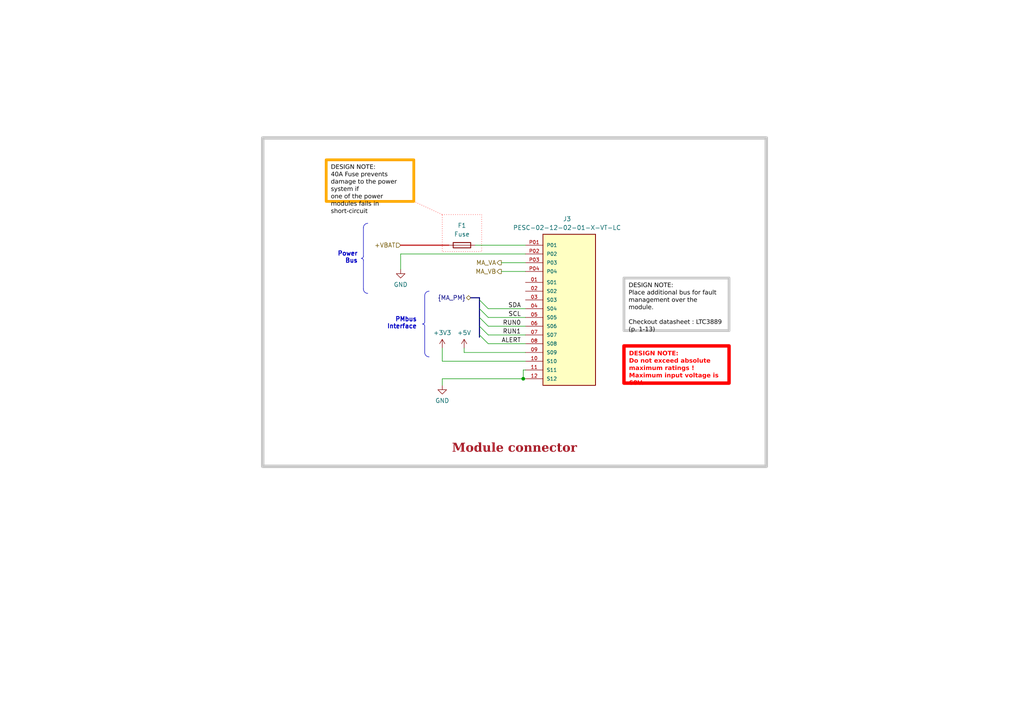
<source format=kicad_sch>
(kicad_sch (version 20230121) (generator eeschema)
  (paper "A4")
  (lib_symbols
    (symbol "Device:Fuse" (pin_numbers hide) (pin_names (offset 0))
      (property "Reference" "F" (at 2.032 0 90))
      (property "Value" "Fuse" (at -1.905 0 90))
      (symbol "Fuse_0_1"
        (rectangle (start -0.762 -2.54) (end 0.762 2.54) (stroke (width 0.254)))
        (polyline (pts (xy 0 2.54) (xy 0 -2.54)))
      )
      (symbol "Fuse_1_1"
        (pin passive line (at 0 3.81 270) (length 1.27) (name "~") (number "1"))
        (pin passive line (at 0 -3.81 90) (length 1.27) (name "~") (number "2"))
      )
    )
    (symbol "PESC-02-12-02-01-X-VT-LC:PESC-02-12-02-01-X-VT-LC" (pin_names (offset 1.016))
      (property "Reference" "J3" (at 0 24.765 0))
      (property "Value" "PESC-02-12-02-01-X-VT-LC" (at 0 22.225 0))
      (symbol "PESC-02-12-02-01-X-VT-LC_0_0"
        (rectangle (start -6.985 20.32) (end 8.255 -23.495) (stroke (width 0.254)) (fill (type background)))
      )
      (symbol "PESC-02-12-02-01-X-VT-LC_1_0"
        (pin passive line (at -12.065 6.35 0) (length 5.08) (name "S01") (number "01"))
        (pin passive line (at -12.065 3.81 0) (length 5.08) (name "S02") (number "02"))
        (pin passive line (at -12.065 1.27 0) (length 5.08) (name "S03") (number "03"))
        (pin passive line (at -12.065 -1.27 0) (length 5.08) (name "S04") (number "04"))
        (pin passive line (at -12.065 -3.81 0) (length 5.08) (name "S05") (number "05"))
        (pin passive line (at -12.065 -6.35 0) (length 5.08) (name "S06") (number "06"))
        (pin passive line (at -12.065 -8.89 0) (length 5.08) (name "S07") (number "07"))
        (pin passive line (at -12.065 -11.43 0) (length 5.08) (name "S08") (number "08"))
        (pin passive line (at -12.065 -13.97 0) (length 5.08) (name "S09") (number "09"))
        (pin passive line (at -12.065 -16.51 0) (length 5.08) (name "S10") (number "10"))
        (pin passive line (at -12.065 -19.05 0) (length 5.08) (name "S11") (number "11"))
        (pin passive line (at -12.065 -21.59 0) (length 5.08) (name "S12") (number "12"))
        (pin power_in line (at -12.065 17.145 0) (length 5.08) (name "P01") (number "P01"))
        (pin power_in line (at -12.065 17.145 0) (length 5.08) hide (name "P01") (number "P01_2"))
        (pin power_in line (at -12.065 17.145 0) (length 5.08) hide (name "P01__2") (number "P01_3"))
        (pin power_in line (at -12.065 17.145 0) (length 5.08) hide (name "P01__3") (number "P01_4"))
        (pin power_in line (at -12.065 17.145 0) (length 5.08) hide (name "P01__4") (number "P01_5"))
        (pin power_in line (at -12.065 17.145 0) (length 5.08) hide (name "P01__5") (number "P01_6"))
        (pin power_in line (at -12.065 17.145 0) (length 5.08) hide (name "P01__6") (number "P01_7"))
        (pin power_in line (at -12.065 17.145 0) (length 5.08) hide (name "P01__7") (number "P01_8"))
        (pin power_in line (at -12.065 14.605 0) (length 5.08) (name "P02") (number "P02"))
        (pin power_in line (at -12.065 14.605 0) (length 5.08) hide (name "P02__1") (number "P02_2"))
        (pin power_in line (at -12.065 14.605 0) (length 5.08) hide (name "P02__2") (number "P02_3"))
        (pin power_in line (at -12.065 14.605 0) (length 5.08) hide (name "P02__3") (number "P02_4"))
        (pin power_in line (at -12.065 14.605 0) (length 5.08) hide (name "P02__4") (number "P02_5"))
        (pin power_in line (at -12.065 14.605 0) (length 5.08) hide (name "P02__5") (number "P02_6"))
        (pin power_in line (at -12.065 14.605 0) (length 5.08) hide (name "P02__6") (number "P02_7"))
        (pin power_in line (at -12.065 14.605 0) (length 5.08) hide (name "P02__7") (number "P02_8"))
        (pin power_in line (at -12.065 12.065 0) (length 5.08) (name "P03") (number "P03"))
        (pin power_in line (at -12.065 12.065 0) (length 5.08) hide (name "P03__1") (number "P03_2"))
        (pin power_in line (at -12.065 12.065 0) (length 5.08) hide (name "P03__2") (number "P03_3"))
        (pin power_in line (at -12.065 12.065 0) (length 5.08) hide (name "P03__3") (number "P03_4"))
        (pin power_in line (at -12.065 12.065 0) (length 5.08) hide (name "P03__4") (number "P03_5"))
        (pin power_in line (at -12.065 12.065 0) (length 5.08) hide (name "P03__5") (number "P03_6"))
        (pin power_in line (at -12.065 12.065 0) (length 5.08) hide (name "P03__6") (number "P03_7"))
        (pin power_in line (at -12.065 12.065 0) (length 5.08) hide (name "P03__7") (number "P03_8"))
        (pin power_in line (at -12.065 9.525 0) (length 5.08) (name "P04") (number "P04"))
        (pin power_in line (at -12.065 9.525 0) (length 5.08) hide (name "P04__1") (number "P04_2"))
        (pin power_in line (at -12.065 9.525 0) (length 5.08) hide (name "P04__2") (number "P04_3"))
        (pin power_in line (at -12.065 9.525 0) (length 5.08) hide (name "P04__3") (number "P04_4"))
        (pin power_in line (at -12.065 9.525 0) (length 5.08) hide (name "P04__4") (number "P04_5"))
        (pin power_in line (at -12.065 9.525 0) (length 5.08) hide (name "P04__5") (number "P04_6"))
        (pin power_in line (at -12.065 9.525 0) (length 5.08) hide (name "P04__6") (number "P04_7"))
        (pin power_in line (at -12.065 9.525 0) (length 5.08) hide (name "P04__7") (number "P04_8"))
      )
    )
    (symbol "power:+3V3" (power) (pin_names (offset 0))
      (property "Value" "+3V3" (at 0 3.556 0))
      (symbol "+3V3_0_1"
        (polyline (pts (xy -0.762 1.27) (xy 0 2.54)))
        (polyline (pts (xy 0 0) (xy 0 2.54)))
        (polyline (pts (xy 0 2.54) (xy 0.762 1.27)))
      )
      (symbol "+3V3_1_1"
        (pin power_in line (at 0 0 90) (length 0) hide (name "+3V3") (number "1"))
      )
    )
    (symbol "power:+5V" (power) (pin_names (offset 0))
      (property "Value" "+5V" (at 0 3.556 0))
      (symbol "+5V_0_1"
        (polyline (pts (xy -0.762 1.27) (xy 0 2.54)))
        (polyline (pts (xy 0 0) (xy 0 2.54)))
        (polyline (pts (xy 0 2.54) (xy 0.762 1.27)))
      )
      (symbol "+5V_1_1"
        (pin power_in line (at 0 0 90) (length 0) hide (name "+5V") (number "1"))
      )
    )
    (symbol "power:GND" (power) (pin_names (offset 0))
      (property "Value" "GND" (at 0 -3.81 0))
      (symbol "GND_0_1"
        (polyline (pts (xy 0 0) (xy 0 -1.27) (xy 1.27 -1.27) (xy 0 -2.54) (xy -1.27 -1.27) (xy 0 -1.27)))
      )
      (symbol "GND_1_1"
        (pin power_in line (at 0 0 270) (length 0) hide (name "GND") (number "1"))
      )
    )
  )
  (junction (at 151.765 109.855))
  (bus_entry (at 139.065 92.075) (size 2.54 2.54))
  (bus_entry (at 139.065 89.535) (size 2.54 2.54))
  (bus_entry (at 139.065 94.615) (size 2.54 2.54))
  (bus_entry (at 139.065 86.995) (size 2.54 2.54))
  (bus_entry (at 139.065 97.155) (size 2.54 2.54))
  (wire (pts (xy 134.62 100.965) (xy 134.62 102.235)))
  (bus (pts (xy 139.065 92.075) (xy 139.065 94.615)))
  (wire (pts (xy 137.795 71.12) (xy 152.4 71.12)))
  (wire (pts (xy 152.4 73.66) (xy 116.205 73.66)))
  (wire (pts (xy 141.605 92.075) (xy 152.4 92.075)))
  (bus (pts (xy 139.065 94.615) (xy 139.065 97.155)))
  (wire (pts (xy 141.605 97.155) (xy 152.4 97.155)))
  (bus (pts (xy 139.065 97.155) (xy 139.065 97.79)))
  (wire (pts (xy 128.27 104.775) (xy 152.4 104.775)))
  (bus (pts (xy 139.065 89.535) (xy 139.065 92.075)))
  (polyline (pts (xy 105.41 66.04) (xy 105.41 74.3)))
  (wire (pts (xy 141.605 89.535) (xy 152.4 89.535)))
  (wire (pts (xy 152.4 107.315) (xy 151.765 107.315)))
  (wire (pts (xy 116.205 73.66) (xy 116.205 78.105)))
  (wire (pts (xy 151.765 107.315) (xy 151.765 109.855)))
  (wire (pts (xy 145.415 78.74) (xy 152.4 78.74)))
  (wire (pts (xy 152.4 102.235) (xy 134.62 102.235)))
  (wire (pts (xy 152.4 109.855) (xy 151.765 109.855)))
  (wire (pts (xy 145.415 76.2) (xy 152.4 76.2)))
  (polyline (pts (xy 105.41 75.565) (xy 105.41 83.825)))
  (wire (pts (xy 141.605 99.695) (xy 152.4 99.695)))
  (wire (pts (xy 151.765 109.855) (xy 128.27 109.855)))
  (bus (pts (xy 139.065 86.995) (xy 139.065 89.535)))
  (wire (pts (xy 128.27 109.855) (xy 128.27 111.76)))
  (polyline (pts (xy 123.19 94.615) (xy 123.19 102.235)))
  (wire (pts (xy 141.605 94.615) (xy 152.4 94.615)))
  (wire (pts (xy 116.205 71.12) (xy 130.175 71.12)) (stroke (width 0.381) (color 200 50 50 1)))
  (polyline (pts (xy 120.015 58.42) (xy 128.27 62.23)) (stroke (width 0) (type dot) (color 255 0 0 1)))
  (bus (pts (xy 136.525 86.36) (xy 139.065 86.36)))
  (bus (pts (xy 139.065 86.36) (xy 139.065 86.995)))
  (wire (pts (xy 128.27 100.965) (xy 128.27 104.775)))
  (polyline (pts (xy 123.19 85.725) (xy 123.19 93.345)))
  (arc (start 106.68 85.095) (mid 105.779 84.726) (end 105.41 83.825))
  (rectangle (start 128.27 62.23) (end 139.7 73.025) (stroke (width 0) (type dot) (color 255 0 0 1)))
  (rectangle (start 76.2 40.005) (end 222.25 135.255) (stroke (width 1) (color 200 200 200 1)))
  (arc (start 123.195 85.725) (mid 123.5637 84.8273) (end 124.46 84.455))
  (arc (start 105.415 66.045) (mid 105.782 65.144) (end 106.68 64.775))
  (arc (start 104.78 74.93) (mid 105.232 75.113) (end 105.415 75.565))
  (arc (start 105.415 74.295) (mid 105.2261 74.7411) (end 104.78 74.93))
  (arc (start 123.195 93.34) (mid 123.0061 93.7861) (end 122.56 93.975))
  (arc (start 124.46 103.505) (mid 123.5608 103.1357) (end 123.19 102.235))
  (arc (start 122.56 93.975) (mid 123.012 94.158) (end 123.195 94.61))
  (text_box "DESIGN NOTE:\n40A Fuse prevents damage to the power system if\none of the power modules fails in short-circuit" (at 94.615 46.355 0) (size 25.4 12.065) (stroke (width 0.8) (color 255 165 0 1)) (effects (font (size 1.27 1.27)) (justify left top)))
  (text_box "DESIGN NOTE:\nDo not exceed absolute maximum ratings ! Maximum input voltage is 60V." (at 180.975 100.33 0) (size 30.48 10.795) (stroke (width 1) (color 255 0 0 1)) (effects (font (size 1.27 1.27) (thickness 0.4) bold) (justify left top)))
  (text_box "PMbus \nInterface" (at 112.395 90.805 0) (size 9.525 5.715) (stroke (width -0.0001)) (effects (font (size 1.27 1.27) (thickness 0.254) bold) (justify right top)))
  (text_box "Module connector \n" (at 76.2 126.365 0) (size 146.05 6.985) (stroke (width -0.0001)) (effects (font (size 2.54 2.54) (thickness 0.508) bold) (justify bottom)))
  (text_box "Power \nBus" (at 95.25 71.755 0) (size 9.525 5.715) (stroke (width -0.0001)) (effects (font (size 1.27 1.27) (thickness 0.254) bold) (justify right top)))
  (text_box "DESIGN NOTE:\nPlace additional bus for fault management over the module. \n\nCheckout datasheet : LTC3889   \n(p. 1-13) \n" (at 180.975 80.645 0) (size 30.48 15.24) (stroke (width 0.8) (color 200 200 200 1)) (effects (font (size 1.27 1.27)) (justify left top)))
  (label "RUN0" (at 151.13 94.615 180))
  (label "SDA" (at 151.13 89.535 180))
  (label "SCL" (at 151.13 92.075 180))
  (label "RUN1" (at 151.13 97.155 180))
  (label "ALERT" (at 151.13 99.695 180))
  (hierarchical_label "{MA_PM}" (shape bidirectional) (at 136.525 86.36 180))
  (hierarchical_label "MA_VA" (shape output) (at 145.415 76.2 180))
  (hierarchical_label "+VBAT" (shape input) (at 116.205 71.12 180))
  (hierarchical_label "MA_VB" (shape output) (at 145.415 78.74 180))
  (symbol (lib_id "power:+3V3") (at 128.27 100.965 0) (unit 1)
    (property "Reference" "#PWR026" (effects hide))
    (property "Value" "+3V3" (at 128.27 96.52 0))
  )
  (symbol (lib_id "power:GND") (at 116.205 78.105 0) (unit 1)
    (property "Reference" "#PWR016" (effects hide))
    (property "Value" "GND" (at 116.205 82.55 0))
  )
  (symbol (lib_id "PESC-02-12-02-01-X-VT-LC:PESC-02-12-02-01-X-VT-LC") (at 164.465 88.265 0) (unit 1)
    (property "Reference" "J3" (at 164.465 63.5 0))
    (property "Value" "PESC-02-12-02-01-X-VT-LC" (at 164.465 66.04 0))
    (property "Footprint" "PESC-02-12-02-01-X-VT-LC:SAMTEC_PESC-02-12-02-01-X-VT-LC" (effects hide))
    (property "PARTREV" "B" (effects hide))
    (property "STANDARD" "Manufacturer Recommendations" (effects hide))
    (property "MAXIMUM_PACKAGE_HEIGHT" "17.04mm" (effects hide))
    (property "MANUFACTURER" "Samtec" (effects hide))
  )
  (symbol (lib_id "power:GND") (at 128.27 111.76 0) (unit 1)
    (property "Reference" "#PWR027" (effects hide))
    (property "Value" "GND" (at 128.27 116.205 0))
  )
  (symbol (lib_id "power:+5V") (at 134.62 100.965 0) (unit 1)
    (property "Reference" "#PWR028" (effects hide))
    (property "Value" "+5V" (at 134.62 96.52 0))
  )
  (symbol (lib_id "Device:Fuse") (at 133.985 71.12 90) (unit 1)
    (property "Reference" "F1" (at 133.985 65.405 90))
    (property "Value" "Fuse" (at 133.985 67.945 90))
  )
)
</source>
